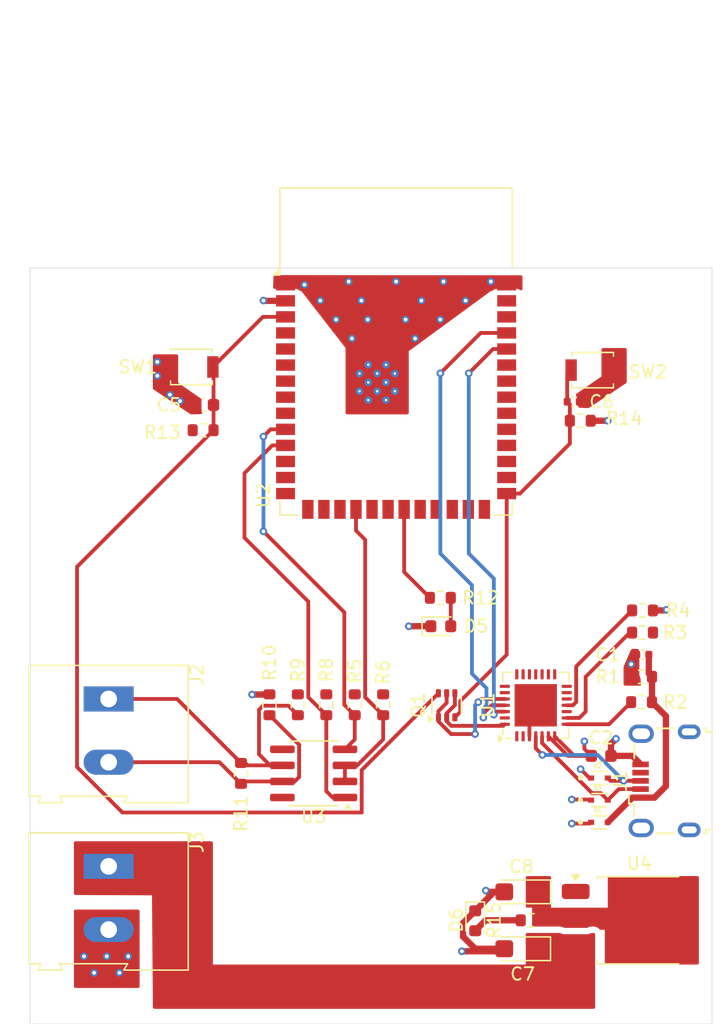
<source format=kicad_pcb>
(kicad_pcb (version 20240108) (generator "pcbnew") (generator_version "8.0")
  (layers (0 "F.Cu" signal) (1 "In1.Cu" signal) (2 "In2.Cu" signal) (31 "B.Cu" signal) (34 "B.Paste" user) (35 "F.Paste" user) (36 "B.SilkS" user "B.Silkscreen") (37 "F.SilkS" user "F.Silkscreen") (38 "B.Mask" user) (39 "F.Mask" user) (44 "Edge.Cuts" user))
  (net 0 "")
  (net 1 "GND")
  (net 2 "Net-(J1-VBUS)")
  (net 3 "+3V3")
  (net 4 "EN")
  (net 5 "IO0")
  (net 6 "5V")
  (net 7 "Net-(J1-D+)")
  (net 8 "Net-(J1-D-)")
  (net 9 "Net-(D5-A)")
  (net 10 "Net-(D6-A)")
  (net 16 "Net-(J2-Pin_2)")
  (net 17 "Net-(J2-Pin_1)")
  (net 18 "RTS")
  (net 19 "DTR")
  (net 20 "Net-(U1-VBUS)")
  (net 21 "Net-(U1-~{RST})")
  (net 22 "Net-(U1-~{SUSPEND})")
  (net 23 "MOD_DI")
  (net 24 "MOD_DRE")
  (net 25 "MOD_RO")
  (net 26 "GPIO13")
  (net 30 "RX0")
  (net 42 "TX0")
  (net 45 "GPIO11")
  (net 46 "GPIO21")
  (net 47 "GPIO48")
  (net 48 "GPIO36_NC")
  (net 49 "GPIO42")
  (net 50 "GPIO7")
  (net 51 "GPIO37_NC")
  (net 52 "GPIO40")
  (net 53 "GPIO9")
  (net 54 "USB_D-_NC")
  (net 55 "GPIO41")
  (net 56 "GPIO16")
  (net 57 "GPIO39")
  (net 58 "GPIO47")
  (net 59 "GPIO8")
  (net 60 "GPIO4")
  (net 61 "GPIO1")
  (net 62 "GPIO6")
  (net 63 "GPIO14")
  (net 64 "GPIO12")
  (net 65 "GPIO2")
  (net 66 "GPIO15")
  (net 67 "GPIO46_NC")
  (net 68 "GPIO3_NC")
  (net 69 "GPIO5")
  (net 70 "USB_D+_NC")
  (net 71 "GPIO35_NC")
  (net 72 "GPIO45_NC")
  (net 73 "GPIO38")
  (footprint "TerminalBlock:TerminalBlock_Altech_AK300-2_P5.00mm" (layer "F.Cu") (at 126.75 91.985 -90)
    (property "Reference" "J3" (at -1.92 -6.99 90) (layer "F.SilkS"))
    (property "Value" "Screw_Terminal_01x02")
    (pad "1" thru_hole rect (at 0 0 270) (size 1.98 3.96) (drill 1.32) (layers "*.Cu" "*.Mask") (net 6 "5V"))
    (pad "2" thru_hole oval (at 5 0 270) (size 1.98 3.96) (drill 1.32) (layers "*.Cu" "*.Mask") (net 1 "GND"))
  )
  (footprint "Capacitor_SMD:C_0402_1005Metric" (layer "F.Cu") (at 169.02 75.25 180)
    (property "Reference" "C1" (at 2.77 0 360) (layer "F.SilkS"))
    (property "Value" "1u" (hide yes))
    (pad "1" smd roundrect (at -0.48 0 180) (size 0.56 0.62) (layers "F.Cu" "F.Paste" "F.Mask") (net 2 "Net-(J1-VBUS)"))
    (pad "2" smd roundrect (at 0.48 0 180) (size 0.56 0.62) (layers "F.Cu" "F.Paste" "F.Mask") (net 1 "GND"))
  )
  (footprint "Capacitor_Tantalum_SMD:CP_EIA-3216-18_Kemet-A" (layer "F.Cu") (at 159.41 94 180)
    (property "Reference" "C8" (at 0 2 360) (layer "F.SilkS"))
    (property "Value" "22uF" (hide yes))
    (pad "1" smd roundrect (at -1.35 0 180) (size 1.4 1.35) (layers "F.Cu" "F.Paste" "F.Mask") (roundrect_rratio 0.185185) (net 3 "+3V3"))
    (pad "2" smd roundrect (at 1.35 0 180) (size 1.4 1.35) (layers "F.Cu" "F.Paste" "F.Mask") (roundrect_rratio 0.185185) (net 1 "GND"))
  )
  (footprint "Package_TO_SOT_SMD:SOT-363_SC-70-6" (layer "F.Cu") (at 153.5 79.25 90)
    (property "Reference" "Q1" (at 0 -2.25 90) (layer "F.SilkS"))
    (property "Value" "UMH3N")
    (pad "1" smd roundrect (at -0.95 -0.65 90) (size 0.65 0.4) (layers "F.Cu" "F.Paste" "F.Mask") (net 18 "RTS"))
    (pad "2" smd roundrect (at -0.95 0 90) (size 0.65 0.4) (layers "F.Cu" "F.Paste" "F.Mask") (net 19 "DTR"))
    (pad "3" smd roundrect (at -0.95 0.65 90) (size 0.65 0.4) (layers "F.Cu" "F.Paste" "F.Mask") (net 5 "IO0"))
    (pad "4" smd roundrect (at 0.95 0.65 90) (size 0.65 0.4) (layers "F.Cu" "F.Paste" "F.Mask") (net 19 "DTR"))
    (pad "5" smd roundrect (at 0.95 0 90) (size 0.65 0.4) (layers "F.Cu" "F.Paste" "F.Mask") (net 18 "RTS"))
    (pad "6" smd roundrect (at 0.95 -0.65 90) (size 0.65 0.4) (layers "F.Cu" "F.Paste" "F.Mask") (net 4 "EN"))
  )
  (footprint "Resistor_SMD:R_0603_1608Metric" (layer "F.Cu") (at 134.224999 57.5)
    (property "Reference" "R13" (at -3.240864 0.176777 0) (layer "F.SilkS"))
    (property "Value" "1k" (hide yes))
    (pad "1" smd roundrect (at -0.825 0) (size 0.8 0.95) (layers "F.Cu" "F.Paste" "F.Mask") (net 3 "+3V3"))
    (pad "2" smd roundrect (at 0.825 0) (size 0.8 0.95) (layers "F.Cu" "F.Paste" "F.Mask") (net 4 "EN"))
  )
  (footprint "LED_SMD:LED_0603_1608Metric" (layer "F.Cu") (at 153.0375 73)
    (property "Reference" "D5" (at 2.7875 0 0) (layer "F.SilkS"))
    (property "Value" "LED")
    (pad "1" smd roundrect (at -0.7875 0) (size 0.875 0.95) (layers "F.Cu" "F.Paste" "F.Mask") (net 1 "GND"))
    (pad "2" smd roundrect (at 0.7875 0) (size 0.875 0.95) (layers "F.Cu" "F.Paste" "F.Mask") (net 9 "Net-(D5-A)"))
  )
  (footprint "Package_DFN_QFN:QFN-28-1EP_5x5mm_P0.5mm_EP3.35x3.35mm" (layer "F.Cu") (at 160.55 79.25 90)
    (property "Reference" "U1" (at 0 -3.8 90) (layer "F.SilkS"))
    (property "Value" "CP2102N-Axx-xQFN28" (hide yes))
    (pad "1" smd roundrect (at -2.45 -1.5 90) (size 0.8 0.25) (layers "F.Cu" "F.Paste" "F.Mask"))
    (pad "2" smd roundrect (at -2.45 -1 90) (size 0.8 0.25) (layers "F.Cu" "F.Paste" "F.Mask"))
    (pad "3" smd roundrect (at -2.45 -0.5 90) (size 0.8 0.25) (layers "F.Cu" "F.Paste" "F.Mask") (net 1 "GND"))
    (pad "4" smd roundrect (at -2.45 0 90) (size 0.8 0.25) (layers "F.Cu" "F.Paste" "F.Mask") (net 7 "Net-(J1-D+)"))
    (pad "5" smd roundrect (at -2.45 0.5 90) (size 0.8 0.25) (layers "F.Cu" "F.Paste" "F.Mask") (net 8 "Net-(J1-D-)"))
    (pad "6" smd roundrect (at -2.45 1 90) (size 0.8 0.25) (layers "F.Cu" "F.Paste" "F.Mask") (net 3 "+3V3"))
    (pad "7" smd roundrect (at -2.45 1.5 90) (size 0.8 0.25) (layers "F.Cu" "F.Paste" "F.Mask") (net 3 "+3V3"))
    (pad "8" smd roundrect (at -1.5 2.45 90) (size 0.25 0.8) (layers "F.Cu" "F.Paste" "F.Mask") (net 20 "Net-(U1-VBUS)"))
    (pad "9" smd roundrect (at -1 2.45 90) (size 0.25 0.8) (layers "F.Cu" "F.Paste" "F.Mask") (net 21 "Net-(U1-~{RST})"))
    (pad "10" smd roundrect (at -0.5 2.45 90) (size 0.25 0.8) (layers "F.Cu" "F.Paste" "F.Mask"))
    (pad "11" smd roundrect (at 0 2.45 90) (size 0.25 0.8) (layers "F.Cu" "F.Paste" "F.Mask") (net 22 "Net-(U1-~{SUSPEND})"))
    (pad "12" smd roundrect (at 0.5 2.45 90) (size 0.25 0.8) (layers "F.Cu" "F.Paste" "F.Mask"))
    (pad "13" smd roundrect (at 1 2.45 90) (size 0.25 0.8) (layers "F.Cu" "F.Paste" "F.Mask"))
    (pad "14" smd roundrect (at 1.5 2.45 90) (size 0.25 0.8) (layers "F.Cu" "F.Paste" "F.Mask"))
    (pad "15" smd roundrect (at 2.45 1.5 90) (size 0.8 0.25) (layers "F.Cu" "F.Paste" "F.Mask"))
    (pad "16" smd roundrect (at 2.45 1 90) (size 0.8 0.25) (layers "F.Cu" "F.Paste" "F.Mask"))
    (pad "17" smd roundrect (at 2.45 0.5 90) (size 0.8 0.25) (layers "F.Cu" "F.Paste" "F.Mask"))
    (pad "18" smd roundrect (at 2.45 0 90) (size 0.8 0.25) (layers "F.Cu" "F.Paste" "F.Mask"))
    (pad "19" smd roundrect (at 2.45 -0.5 90) (size 0.8 0.25) (layers "F.Cu" "F.Paste" "F.Mask"))
    (pad "20" smd roundrect (at 2.45 -1 90) (size 0.8 0.25) (layers "F.Cu" "F.Paste" "F.Mask"))
    (pad "21" smd roundrect (at 2.45 -1.5 90) (size 0.8 0.25) (layers "F.Cu" "F.Paste" "F.Mask"))
    (pad "22" smd roundrect (at 1.5 -2.45 90) (size 0.25 0.8) (layers "F.Cu" "F.Paste" "F.Mask"))
    (pad "23" smd roundrect (at 1 -2.45 90) (size 0.25 0.8) (layers "F.Cu" "F.Paste" "F.Mask"))
    (pad "24" smd roundrect (at 0.5 -2.45 90) (size 0.25 0.8) (layers "F.Cu" "F.Paste" "F.Mask") (net 18 "RTS"))
    (pad "25" smd roundrect (at 0 -2.45 90) (size 0.25 0.8) (layers "F.Cu" "F.Paste" "F.Mask") (net 42 "TX0"))
    (pad "26" smd roundrect (at -0.5 -2.45 90) (size 0.25 0.8) (layers "F.Cu" "F.Paste" "F.Mask") (net 30 "RX0"))
    (pad "27" smd roundrect (at -1 -2.45 90) (size 0.25 0.8) (layers "F.Cu" "F.Paste" "F.Mask"))
    (pad "28" smd roundrect (at -1.5 -2.45 90) (size 0.25 0.8) (layers "F.Cu" "F.Paste" "F.Mask") (net 19 "DTR"))
    (pad "29" smd rect (at 0 0 90) (size 3.35 3.35) (property pad_prop_heatsink) (layers "F.Cu" "F.Mask") (net 1 "GND"))
  )
  (footprint "Resistor_SMD:R_0603_1608Metric" (layer "F.Cu") (at 160.185 96.25)
    (property "Reference" "R15" (at -2.925 0 90) (layer "F.SilkS"))
    (property "Value" "1k" (hide yes))
    (pad "1" smd roundrect (at -0.825 0) (size 0.8 0.95) (layers "F.Cu" "F.Paste" "F.Mask") (net 10 "Net-(D6-A)"))
    (pad "2" smd roundrect (at 0.825 0) (size 0.8 0.95) (layers "F.Cu" "F.Paste" "F.Mask") (net 3 "+3V3"))
  )
  (footprint "LESD5D5.0CT1G:TVS_LESD5D5.0CT1G" (layer "F.Cu") (at 165.59 85)
    (property "Reference" "D2" (at -0.134 -0.9532 0) (layer "F.SilkS") (effects (font (size 0.32 0.32))))
    (property "Value" "LESD5D5.0CT1G" (hide yes))
    (pad "1" smd rect (at -0.66 0) (size 0.48 0.4) (layers "F.Cu" "F.Paste" "F.Mask") (net 1 "GND"))
    (pad "2" smd rect (at 0.66 0) (size 0.48 0.4) (layers "F.Cu" "F.Paste" "F.Mask") (net 7 "Net-(J1-D+)"))
  )
  (footprint "RF_Module:ESP32-S3-WROOM-1" (layer "F.Cu") (at 149.5 51.26)
    (property "Reference" "U2" (at -10.5 11.4 90) (layer "F.SilkS"))
    (property "Value" "ESP32-S3-WROOM-1")
    (pad "1" smd rect (at -8.75 -5.26) (size 1.5 0.9) (layers "F.Cu" "F.Paste" "F.Mask") (net 1 "GND"))
    (pad "2" smd rect (at -8.75 -3.99) (size 1.5 0.9) (layers "F.Cu" "F.Paste" "F.Mask") (net 3 "+3V3"))
    (pad "3" smd rect (at -8.75 -2.72) (size 1.5 0.9) (layers "F.Cu" "F.Paste" "F.Mask") (net 4 "EN"))
    (pad "4" smd rect (at -8.75 -1.45) (size 1.5 0.9) (layers "F.Cu" "F.Paste" "F.Mask") (net 60 "GPIO4"))
    (pad "5" smd rect (at -8.75 -0.18) (size 1.5 0.9) (layers "F.Cu" "F.Paste" "F.Mask") (net 69 "GPIO5"))
    (pad "6" smd rect (at -8.75 1.09) (size 1.5 0.9) (layers "F.Cu" "F.Paste" "F.Mask") (net 62 "GPIO6"))
    (pad "7" smd rect (at -8.75 2.36) (size 1.5 0.9) (layers "F.Cu" "F.Paste" "F.Mask") (net 50 "GPIO7"))
    (pad "8" smd rect (at -8.75 3.63) (size 1.5 0.9) (layers "F.Cu" "F.Paste" "F.Mask") (net 66 "GPIO15"))
    (pad "9" smd rect (at -8.75 4.9) (size 1.5 0.9) (layers "F.Cu" "F.Paste" "F.Mask") (net 56 "GPIO16"))
    (pad "10" smd rect (at -8.75 6.17) (size 1.5 0.9) (layers "F.Cu" "F.Paste" "F.Mask") (net 23 "MOD_DI"))
    (pad "11" smd rect (at -8.75 7.44) (size 1.5 0.9) (layers "F.Cu" "F.Paste" "F.Mask") (net 25 "MOD_RO"))
    (pad "12" smd rect (at -8.75 8.71) (size 1.5 0.9) (layers "F.Cu" "F.Paste" "F.Mask") (net 59 "GPIO8"))
    (pad "13" smd rect (at -8.75 9.98) (size 1.5 0.9) (layers "F.Cu" "F.Paste" "F.Mask") (net 54 "USB_D-_NC"))
    (pad "14" smd rect (at -8.75 11.25 180) (size 1.5 0.9) (layers "F.Cu" "F.Paste" "F.Mask") (net 70 "USB_D+_NC"))
    (pad "15" smd rect (at -6.985 12.5 270) (size 1.5 0.9) (layers "F.Cu" "F.Paste" "F.Mask") (net 68 "GPIO3_NC"))
    (pad "16" smd rect (at -5.715 12.5 270) (size 1.5 0.9) (layers "F.Cu" "F.Paste" "F.Mask") (net 67 "GPIO46_NC"))
    (pad "17" smd rect (at -4.445 12.5 270) (size 1.5 0.9) (layers "F.Cu" "F.Paste" "F.Mask") (net 53 "GPIO9"))
    (pad "18" smd rect (at -3.175 12.5 270) (size 1.5 0.9) (layers "F.Cu" "F.Paste" "F.Mask") (net 24 "MOD_DRE"))
    (pad "19" smd rect (at -1.905 12.5 270) (size 1.5 0.9) (layers "F.Cu" "F.Paste" "F.Mask") (net 45 "GPIO11"))
    (pad "20" smd rect (at -0.635 12.5 270) (size 1.5 0.9) (layers "F.Cu" "F.Paste" "F.Mask") (net 64 "GPIO12"))
    (pad "21" smd rect (at 0.635 12.5 270) (size 1.5 0.9) (layers "F.Cu" "F.Paste" "F.Mask") (net 26 "GPIO13"))
    (pad "22" smd rect (at 1.905 12.5 270) (size 1.5 0.9) (layers "F.Cu" "F.Paste" "F.Mask") (net 63 "GPIO14"))
    (pad "23" smd rect (at 3.175 12.5 270) (size 1.5 0.9) (layers "F.Cu" "F.Paste" "F.Mask") (net 46 "GPIO21"))
    (pad "24" smd rect (at 4.445 12.5 270) (size 1.5 0.9) (layers "F.Cu" "F.Paste" "F.Mask") (net 58 "GPIO47"))
    (pad "25" smd rect (at 5.715 12.5 270) (size 1.5 0.9) (layers "F.Cu" "F.Paste" "F.Mask") (net 47 "GPIO48"))
    (pad "26" smd rect (at 6.985 12.5 270) (size 1.5 0.9) (layers "F.Cu" "F.Paste" "F.Mask") (net 72 "GPIO45_NC"))
    (pad "27" smd rect (at 8.75 11.25) (size 1.5 0.9) (layers "F.Cu" "F.Paste" "F.Mask") (net 5 "IO0"))
    (pad "28" smd rect (at 8.75 9.98) (size 1.5 0.9) (layers "F.Cu" "F.Paste" "F.Mask") (net 71 "GPIO35_NC"))
    (pad "29" smd rect (at 8.75 8.71) (size 1.5 0.9) (layers "F.Cu" "F.Paste" "F.Mask") (net 48 "GPIO36_NC"))
    (pad "30" smd rect (at 8.75 7.44) (size 1.5 0.9) (layers "F.Cu" "F.Paste" "F.Mask") (net 51 "GPIO37_NC"))
    (pad "31" smd rect (at 8.75 6.17) (size 1.5 0.9) (layers "F.Cu" "F.Paste" "F.Mask") (net 73 "GPIO38"))
    (pad "32" smd rect (at 8.75 4.9) (size 1.5 0.9) (layers "F.Cu" "F.Paste" "F.Mask") (net 57 "GPIO39"))
    (pad "33" smd rect (at 8.75 3.63) (size 1.5 0.9) (layers "F.Cu" "F.Paste" "F.Mask") (net 52 "GPIO40"))
    (pad "34" smd rect (at 8.75 2.36) (size 1.5 0.9) (layers "F.Cu" "F.Paste" "F.Mask") (net 55 "GPIO41"))
    (pad "35" smd rect (at 8.75 1.09) (size 1.5 0.9) (layers "F.Cu" "F.Paste" "F.Mask") (net 49 "GPIO42"))
    (pad "36" smd rect (at 8.75 -0.18) (size 1.5 0.9) (layers "F.Cu" "F.Paste" "F.Mask") (net 30 "RX0"))
    (pad "37" smd rect (at 8.75 -1.45) (size 1.5 0.9) (layers "F.Cu" "F.Paste" "F.Mask") (net 42 "TX0"))
    (pad "38" smd rect (at 8.75 -2.72) (size 1.5 0.9) (layers "F.Cu" "F.Paste" "F.Mask") (net 65 "GPIO2"))
    (pad "39" smd rect (at 8.75 -3.99) (size 1.5 0.9) (layers "F.Cu" "F.Paste" "F.Mask") (net 61 "GPIO1"))
    (pad "40" smd rect (at 8.75 -5.26) (size 1.5 0.9) (layers "F.Cu" "F.Paste" "F.Mask") (net 1 "GND"))
    (pad "41" thru_hole circle (at -2.9 1.76 90) (size 0.6 0.6) (drill 0.2) (property pad_prop_heatsink) (layers "*.Cu" "F.Mask") (net 1 "GND"))
    (pad "41" thru_hole circle (at -2.9 3.16) (size 0.6 0.6) (drill 0.2) (property pad_prop_heatsink) (layers "*.Cu" "F.Mask") (net 1 "GND"))
    (pad "41" thru_hole circle (at -2.2 1.06) (size 0.6 0.6) (drill 0.2) (property pad_prop_heatsink) (layers "*.Cu" "F.Mask") (net 1 "GND"))
    (pad "41" thru_hole circle (at -2.2 2.46) (size 0.6 0.6) (drill 0.2) (property pad_prop_heatsink) (layers "*.Cu" "F.Mask") (net 1 "GND"))
    (pad "41" thru_hole circle (at -2.2 3.86) (size 0.6 0.6) (drill 0.2) (property pad_prop_heatsink) (layers "*.Cu" "F.Mask") (net 1 "GND"))
    (pad "41" thru_hole circle (at -1.5 1.76) (size 0.6 0.6) (drill 0.2) (property pad_prop_heatsink) (layers "*.Cu" "F.Mask") (net 1 "GND"))
    (pad "41" smd rect (at -1.5 2.46 270) (size 3.9 3.9) (layers "F.Cu" "F.Mask") (net 1 "GND"))
    (pad "41" thru_hole circle (at -1.5 3.16) (size 0.6 0.6) (drill 0.2) (property pad_prop_heatsink) (layers "*.Cu" "F.Mask") (net 1 "GND"))
    (pad "41" thru_hole circle (at -0.8 1.06) (size 0.6 0.6) (drill 0.2) (property pad_prop_heatsink) (layers "*.Cu" "F.Mask") (net 1 "GND"))
    (pad "41" thru_hole circle (at -0.8 2.46) (size 0.6 0.6) (drill 0.2) (property pad_prop_heatsink) (layers "*.Cu" "F.Mask") (net 1 "GND"))
    (pad "41" thru_hole circle (at -0.8 3.86) (size 0.6 0.6) (drill 0.2) (property pad_prop_heatsink) (layers "*.Cu" "F.Mask") (net 1 "GND"))
    (pad "41" thru_hole circle (at -0.1 1.76) (size 0.6 0.6) (drill 0.2) (property pad_prop_heatsink) (layers "*.Cu" "F.Mask") (net 1 "GND"))
    (pad "41" thru_hole circle (at -0.1 3.16) (size 0.6 0.6) (drill 0.2) (property pad_prop_heatsink) (layers "*.Cu" "F.Mask") (net 1 "GND"))
    (zone (net 0) (net_name "") (layers "F.Cu" "In1.Cu" "B.Cu") (connect_pads (clearance 0)) (min_thickness 0.254)
      (keepout (tracks not_allowed) (vias not_allowed) (pads not_allowed) (copperpour not_allowed) (footprints not_allowed))
      (fill (thermal_gap 0.508) (thermal_bridge_width 0.508))
      (polygon (pts (xy 125.5 44.51) (xy 173.5 44.51) (xy 173.5 23.51) (xy 125.5 23.51)))
    )
  )
  (footprint "Button_Switch_SMD:SW_SPST_B3U-1000P" (layer "F.Cu") (at 133.299999 52.5)
    (property "Reference" "SW1" (at -4.242641 0 0) (layer "F.SilkS"))
    (property "Value" "SW_SPST" (hide yes))
    (pad "1" smd rect (at -1.700001 0) (size 0.9 1.7) (layers "F.Cu" "F.Paste" "F.Mask") (net 1 "GND"))
    (pad "2" smd rect (at 1.700001 0) (size 0.9 1.7) (layers "F.Cu" "F.Paste" "F.Mask") (net 4 "EN"))
  )
  (footprint "Resistor_SMD:R_0603_1608Metric" (layer "F.Cu") (at 169 71.75 180)
    (property "Reference" "R4" (at -2.825 0 360) (layer "F.SilkS"))
    (property "Value" "1k" (hide yes))
    (pad "1" smd roundrect (at -0.825 0 180) (size 0.8 0.95) (layers "F.Cu" "F.Paste" "F.Mask") (net 1 "GND"))
    (pad "2" smd roundrect (at 0.825 0 180) (size 0.8 0.95) (layers "F.Cu" "F.Paste" "F.Mask") (net 22 "Net-(U1-~{SUSPEND})"))
  )
  (footprint "Capacitor_SMD:C_0603_1608Metric" (layer "F.Cu") (at 134.274999 55.5 180)
    (property "Reference" "C5" (at 2.760534 0 360) (layer "F.SilkS"))
    (property "Value" "10uF" (hide yes))
    (pad "1" smd roundrect (at -0.775 0 180) (size 0.9 0.95) (layers "F.Cu" "F.Paste" "F.Mask") (net 4 "EN"))
    (pad "2" smd roundrect (at 0.775 0 180) (size 0.9 0.95) (layers "F.Cu" "F.Paste" "F.Mask") (net 1 "GND"))
  )
  (footprint "Resistor_SMD:R_0603_1608Metric" (layer "F.Cu") (at 168.925 77)
    (property "Reference" "R1" (at -2.675 0 0) (layer "F.SilkS"))
    (property "Value" "47.5k" (hide yes))
    (pad "1" smd roundrect (at -0.825 0) (size 0.8 0.95) (layers "F.Cu" "F.Paste" "F.Mask") (net 1 "GND"))
    (pad "2" smd roundrect (at 0.825 0) (size 0.8 0.95) (layers "F.Cu" "F.Paste" "F.Mask") (net 2 "Net-(J1-VBUS)"))
  )
  (footprint "Resistor_SMD:R_0603_1608Metric" (layer "F.Cu") (at 169 73.5)
    (property "Reference" "R3" (at 2.575 0 0) (layer "F.SilkS"))
    (property "Value" "1k" (hide yes))
    (pad "1" smd roundrect (at -0.825 0) (size 0.8 0.95) (layers "F.Cu" "F.Paste" "F.Mask") (net 21 "Net-(U1-~{RST})"))
    (pad "2" smd roundrect (at 0.825 0) (size 0.8 0.95) (layers "F.Cu" "F.Paste" "F.Mask") (net 3 "+3V3"))
  )
  (footprint "Button_Switch_SMD:SW_SPST_B3U-1000P" (layer "F.Cu") (at 165.049999 52.75 180)
    (property "Reference" "SW2" (at -4.384062 -0.141421 360) (layer "F.SilkS"))
    (property "Value" "SW_SPST" (hide yes))
    (pad "1" smd rect (at -1.700001 0 180) (size 0.9 1.7) (layers "F.Cu" "F.Paste" "F.Mask") (net 1 "GND"))
    (pad "2" smd rect (at 1.700001 0 180) (size 0.9 1.7) (layers "F.Cu" "F.Paste" "F.Mask") (net 5 "IO0"))
  )
  (footprint "LED_SMD:LED_0603_1608Metric" (layer "F.Cu") (at 155.76 96.2875 -90)
    (property "Reference" "D6" (at -0.0375 1.5 90) (layer "F.SilkS"))
    (property "Value" "LED" (hide yes))
    (pad "1" smd roundrect (at -0.7875 0 270) (size 0.875 0.95) (layers "F.Cu" "F.Paste" "F.Mask") (net 1 "GND"))
    (pad "2" smd roundrect (at 0.7875 0 270) (size 0.875 0.95) (layers "F.Cu" "F.Paste" "F.Mask") (net 10 "Net-(D6-A)"))
  )
  (footprint "Resistor_SMD:R_0603_1608Metric" (layer "F.Cu") (at 137.225 84.635 90)
    (property "Reference" "R11" (at -3.175 0 90) (layer "F.SilkS"))
    (property "Value" "120" (hide yes))
    (pad "1" smd roundrect (at -0.825 0 90) (size 0.8 0.95) (layers "F.Cu" "F.Paste" "F.Mask") (net 16 "Net-(J2-Pin_2)"))
    (pad "2" smd roundrect (at 0.825 0 90) (size 0.8 0.95) (layers "F.Cu" "F.Paste" "F.Mask") (net 17 "Net-(J2-Pin_1)"))
  )
  (footprint "Resistor_SMD:R_0603_1608Metric" (layer "F.Cu") (at 148.475 79.21 90)
    (property "Reference" "R6" (at 2.575 0 90) (layer "F.SilkS"))
    (property "Value" "10k" (hide yes))
    (pad "1" smd roundrect (at -0.825 0 90) (size 0.8 0.95) (layers "F.Cu" "F.Paste" "F.Mask") (net 24 "MOD_DRE"))
    (pad "2" smd roundrect (at 0.825 0 90) (size 0.8 0.95) (layers "F.Cu" "F.Paste" "F.Mask") (net 3 "+3V3"))
  )
  (footprint "Connector_USB:USB_Micro-B_Wuerth_629105150521" (layer "F.Cu") (at 170.745 85.225 90)
    (property "Reference" "J1" (at 0 -3.5 90) (layer "F.SilkS"))
    (property "Value" "USB_B_Micro" (hide yes))
    (pad "" np_thru_hole oval (at -2.5 -0.8 90) (size 0.8 0.8) (drill 0.8) (layers "*.Cu" "*.Mask"))
    (pad "" np_thru_hole oval (at 2.5 -0.8 90) (size 0.8 0.8) (drill 0.8) (layers "*.Cu" "*.Mask"))
    (pad "1" smd rect (at -1.3 -1.9 90) (size 0.45 1.3) (layers "F.Cu" "F.Paste" "F.Mask") (net 2 "Net-(J1-VBUS)"))
    (pad "2" smd rect (at -0.65 -1.9 90) (size 0.45 1.3) (layers "F.Cu" "F.Paste" "F.Mask") (net 8 "Net-(J1-D-)"))
    (pad "3" smd rect (at 0 -1.9 90) (size 0.45 1.3) (layers "F.Cu" "F.Paste" "F.Mask") (net 7 "Net-(J1-D+)"))
    (pad "4" smd rect (at 0.65 -1.9 90) (size 0.45 1.3) (layers "F.Cu" "F.Paste" "F.Mask"))
    (pad "5" smd rect (at 1.3 -1.9 90) (size 0.45 1.3) (layers "F.Cu" "F.Paste" "F.Mask") (net 1 "GND"))
    (pad "6" thru_hole oval (at -3.875 1.95 90) (size 1.15 1.8) (drill oval 0.55 1.2) (layers "*.Cu" "*.Mask"))
    (pad "6" thru_hole oval (at -3.725 -1.85 90) (size 1.45 2) (drill oval 0.85 1.4) (layers "*.Cu" "*.Mask"))
    (pad "6" thru_hole oval (at 3.725 -1.85 90) (size 1.45 2) (drill oval 0.85 1.4) (layers "*.Cu" "*.Mask"))
    (pad "6" thru_hole oval (at 3.875 1.95 90) (size 1.15 1.8) (drill oval 0.55 1.2) (layers "*.Cu" "*.Mask"))
  )
  (footprint "Resistor_SMD:R_0603_1608Metric" (layer "F.Cu") (at 164.075 56.75 180)
    (property "Reference" "R14" (at -3.47665 0.176777 360) (layer "F.SilkS"))
    (property "Value" "1k" (hide yes))
    (pad "1" smd roundrect (at -0.825 0 180) (size 0.8 0.95) (layers "F.Cu" "F.Paste" "F.Mask") (net 3 "+3V3"))
    (pad "2" smd roundrect (at 0.825 0 180) (size 0.8 0.95) (layers "F.Cu" "F.Paste" "F.Mask") (net 5 "IO0"))
  )
  (footprint "LESD5D5.0CT1G:TVS_LESD5D5.0CT1G" (layer "F.Cu") (at 165.59 88.5)
    (property "Reference" "D1" (at -0.134 -0.9532 0) (layer "F.SilkS") (effects (font (size 0.32 0.32))))
    (property "Value" "LESD5D5.0CT1G" (hide yes))
    (pad "1" smd rect (at -0.66 0) (size 0.48 0.4) (layers "F.Cu" "F.Paste" "F.Mask") (net 1 "GND"))
    (pad "2" smd rect (at 0.66 0) (size 0.48 0.4) (layers "F.Cu" "F.Paste" "F.Mask") (net 2 "Net-(J1-VBUS)"))
  )
  (footprint "Resistor_SMD:R_0603_1608Metric" (layer "F.Cu") (at 143.975 79.21 90)
    (property "Reference" "R8" (at 2.75 0 90) (layer "F.SilkS"))
    (property "Value" "10k" (hide yes))
    (pad "1" smd roundrect (at -0.825 0 90) (size 0.8 0.95) (layers "F.Cu" "F.Paste" "F.Mask") (net 25 "MOD_RO"))
    (pad "2" smd roundrect (at 0.825 0 90) (size 0.8 0.95) (layers "F.Cu" "F.Paste" "F.Mask") (net 3 "+3V3"))
  )
  (footprint "Resistor_SMD:R_0603_1608Metric" (layer "F.Cu") (at 141.725 79.21 90)
    (property "Reference" "R9" (at 2.75 0 90) (layer "F.SilkS"))
    (property "Value" "20k" (hide yes))
    (pad "1" smd roundrect (at -0.825 0 90) (size 0.8 0.95) (layers "F.Cu" "F.Paste" "F.Mask") (net 17 "Net-(J2-Pin_1)"))
    (pad "2" smd roundrect (at 0.825 0 90) (size 0.8 0.95) (layers "F.Cu" "F.Paste" "F.Mask") (net 3 "+3V3"))
  )
  (footprint "LESD5D5.0CT1G:TVS_LESD5D5.0CT1G" (layer "F.Cu") (at 165.59 86.75)
    (property "Reference" "D3" (at -0.134 -0.9532 0) (layer "F.SilkS") (effects (font (size 0.32 0.32))))
    (property "Value" "LESD5D5.0CT1G" (hide yes))
    (pad "1" smd rect (at -0.66 0) (size 0.48 0.4) (layers "F.Cu" "F.Paste" "F.Mask") (net 1 "GND"))
    (pad "2" smd rect (at 0.66 0) (size 0.48 0.4) (layers "F.Cu" "F.Paste" "F.Mask") (net 8 "Net-(J1-D-)"))
  )
  (footprint "Capacitor_Tantalum_SMD:CP_EIA-3216-18_Kemet-A" (layer "F.Cu") (at 159.41 98.5 180)
    (property "Reference" "C7" (at -0.1 -2 360) (layer "F.SilkS"))
    (property "Value" "10uF" (hide yes))
    (pad "1" smd roundrect (at -1.35 0 180) (size 1.4 1.35) (layers "F.Cu" "F.Paste" "F.Mask") (roundrect_rratio 0.185185) (net 6 "5V"))
    (pad "2" smd roundrect (at 1.35 0 180) (size 1.4 1.35) (layers "F.Cu" "F.Paste" "F.Mask") (roundrect_rratio 0.185185) (net 1 "GND"))
  )
  (footprint "Resistor_SMD:R_0603_1608Metric" (layer "F.Cu") (at 153 70.75 180)
    (property "Reference" "R12" (at -3.175 0 360) (layer "F.SilkS"))
    (property "Value" "1k")
    (pad "1" smd roundrect (at -0.825 0 180) (size 0.8 0.95) (layers "F.Cu" "F.Paste" "F.Mask") (net 9 "Net-(D5-A)"))
    (pad "2" smd roundrect (at 0.825 0 180) (size 0.8 0.95) (layers "F.Cu" "F.Paste" "F.Mask") (net 26 "GPIO13"))
  )
  (footprint "Resistor_SMD:R_0603_1608Metric" (layer "F.Cu") (at 146.225 79.21 90)
    (property "Reference" "R5" (at 2.675 0 90) (layer "F.SilkS"))
    (property "Value" "10k" (hide yes))
    (pad "1" smd roundrect (at -0.825 0 90) (size 0.8 0.95) (layers "F.Cu" "F.Paste" "F.Mask") (net 23 "MOD_DI"))
    (pad "2" smd roundrect (at 0.825 0 90) (size 0.8 0.95) (layers "F.Cu" "F.Paste" "F.Mask") (net 3 "+3V3"))
  )
  (footprint "Capacitor_SMD:C_0603_1608Metric" (layer "F.Cu") (at 165.725 83.25)
    (property "Reference" "C2" (at 0 -1.43 360) (layer "F.SilkS"))
    (property "Value" "10u")
    (pad "1" smd roundrect (at -0.775 0) (size 0.9 0.95) (layers "F.Cu" "F.Paste" "F.Mask") (net 3 "+3V3"))
    (pad "2" smd roundrect (at 0.775 0) (size 0.9 0.95) (layers "F.Cu" "F.Paste" "F.Mask") (net 1 "GND"))
  )
  (footprint "Resistor_SMD:R_0603_1608Metric" (layer "F.Cu") (at 168.925 79 180)
    (property "Reference" "R2" (at -2.675 0 360) (layer "F.SilkS"))
    (property "Value" "22.1k" (hide yes))
    (pad "1" smd roundrect (at -0.825 0 180) (size 0.8 0.95) (layers "F.Cu" "F.Paste" "F.Mask") (net 2 "Net-(J1-VBUS)"))
    (pad "2" smd roundrect (at 0.825 0 180) (size 0.8 0.95) (layers "F.Cu" "F.Paste" "F.Mask") (net 20 "Net-(U1-VBUS)"))
  )
  (footprint "TerminalBlock:TerminalBlock_Altech_AK300-2_P5.00mm" (layer "F.Cu") (at 126.75 78.75 -90)
    (property "Reference" "J2" (at -1.92 -6.99 90) (layer "F.SilkS"))
    (property "Value" "Screw_Terminal_01x02")
    (pad "1" thru_hole rect (at 0 0 270) (size 1.98 3.96) (drill 1.32) (layers "*.Cu" "*.Mask") (net 17 "Net-(J2-Pin_1)"))
    (pad "2" thru_hole oval (at 5 0 270) (size 1.98 3.96) (drill 1.32) (layers "*.Cu" "*.Mask") (net 16 "Net-(J2-Pin_2)"))
  )
  (footprint "Package_SO:SOIC-8_3.9x4.9mm_P1.27mm" (layer "F.Cu") (at 142.975 84.635 180)
    (property "Reference" "U3" (at 0 -3.4 360) (layer "F.SilkS"))
    (property "Value" "MAX485E")
    (pad "1" smd roundrect (at -2.475 -1.905 180) (size 1.95 0.6) (layers "F.Cu" "F.Paste" "F.Mask") (net 25 "MOD_RO"))
    (pad "2" smd roundrect (at -2.475 -0.635 180) (size 1.95 0.6) (layers "F.Cu" "F.Paste" "F.Mask") (net 24 "MOD_DRE"))
    (pad "3" smd roundrect (at -2.475 0.635 180) (size 1.95 0.6) (layers "F.Cu" "F.Paste" "F.Mask") (net 24 "MOD_DRE"))
    (pad "4" smd roundrect (at -2.475 1.905 180) (size 1.95 0.6) (layers "F.Cu" "F.Paste" "F.Mask") (net 23 "MOD_DI"))
    (pad "5" smd roundrect (at 2.475 1.905 180) (size 1.95 0.6) (layers "F.Cu" "F.Paste" "F.Mask") (net 1 "GND"))
    (pad "6" smd roundrect (at 2.475 0.635 180) (size 1.95 0.6) (layers "F.Cu" "F.Paste" "F.Mask") (net 17 "Net-(J2-Pin_1)"))
    (pad "7" smd roundrect (at 2.475 -0.635 180) (size 1.95 0.6) (layers "F.Cu" "F.Paste" "F.Mask") (net 16 "Net-(J2-Pin_2)"))
    (pad "8" smd roundrect (at 2.475 -1.905 180) (size 1.95 0.6) (layers "F.Cu" "F.Paste" "F.Mask") (net 3 "+3V3"))
  )
  (footprint "Resistor_SMD:R_0603_1608Metric" (layer "F.Cu") (at 139.475 79.21 -90)
    (property "Reference" "R10" (at -3.325 0 90) (layer "F.SilkS"))
    (property "Value" "20k" (hide yes))
    (pad "1" smd roundrect (at -0.825 0 270) (size 0.8 0.95) (layers "F.Cu" "F.Paste" "F.Mask") (net 1 "GND"))
    (pad "2" smd roundrect (at 0.825 0 270) (size 0.8 0.95) (layers "F.Cu" "F.Paste" "F.Mask") (net 16 "Net-(J2-Pin_2)"))
  )
  (footprint "Package_TO_SOT_SMD:TO-252-3_TabPin2" (layer "F.Cu") (at 168.75 96.25)
    (property "Reference" "U4" (at 0 -4.5 0) (layer "F.SilkS"))
    (property "Value" "AMS1117CD-3.3" (hide yes))
    (pad "1" smd roundrect (at -5.04 -2.28) (size 2.2 1.2) (layers "F.Cu" "F.Paste" "F.Mask") (roundrect_rratio 0.208333) (net 1 "GND"))
    (pad "2" smd roundrect (at -5.04 0) (size 2.2 1.2) (layers "F.Cu" "F.Paste" "F.Mask") (roundrect_rratio 0.208333) (net 3 "+3V3"))
    (pad "2" smd roundrect (at -0.415 -1.525) (size 3.05 2.75) (layers "F.Cu" "F.Paste") (roundrect_rratio 0.090909) (net 3 "+3V3"))
    (pad "2" smd roundrect (at -0.415 1.525) (size 3.05 2.75) (layers "F.Cu" "F.Paste") (roundrect_rratio 0.090909) (net 3 "+3V3"))
    (pad "2" smd roundrect (at 1.26 0) (size 6.4 5.8) (layers "F.Cu" "F.Mask") (roundrect_rratio 0.043103) (net 3 "+3V3"))
    (pad "2" smd roundrect (at 2.935 -1.525) (size 3.05 2.75) (layers "F.Cu" "F.Paste") (roundrect_rratio 0.090909) (net 3 "+3V3"))
    (pad "2" smd roundrect (at 2.935 1.525) (size 3.05 2.75) (layers "F.Cu" "F.Paste") (roundrect_rratio 0.090909) (net 3 "+3V3"))
    (pad "3" smd roundrect (at -5.04 2.28) (size 2.2 1.2) (layers "F.Cu" "F.Paste" "F.Mask") (roundrect_rratio 0.208333) (net 6 "5V"))
  )
  (footprint "Capacitor_SMD:C_0402_1005Metric" (layer "F.Cu") (at 163.52 55.25)
    (property "Reference" "C6" (at 2.247767 0 0) (layer "F.SilkS"))
    (property "Value" "1uF" (hide yes))
    (pad "1" smd roundrect (at -0.48 0) (size 0.56 0.62) (layers "F.Cu" "F.Paste" "F.Mask") (net 5 "IO0"))
    (pad "2" smd roundrect (at 0.48 0) (size 0.56 0.62) (layers "F.Cu" "F.Paste" "F.Mask") (net 1 "GND"))
  )
  (gr_rect (start 120.53 44.68) (end 174.5 104.45) (stroke (width 0.05)) (fill none) (layer "Edge.Cuts"))
  (segment (start 163.4 86.7) (end 164.88 86.7) (width 0.3) (layer "F.Cu") (net 1))
  (segment (start 157.26 94) (end 155.76 95.5) (width 0.5) (layer "F.Cu") (net 1))
  (segment (start 156.7 94) (end 156.6 93.9) (width 0.5) (layer "F.Cu") (net 1))
  (segment (start 169.825 71.75) (end 170.85 71.75) (width 0.5) (layer "F.Cu") (net 1))
  (segment (start 166.5 83.25) (end 166.5 82.3) (width 0.5) (layer "F.Cu") (net 1))
  (segment (start 139.46 78.4) (end 139.475 78.385) (width 0.5) (layer "F.Cu") (net 1))
  (segment (start 158.06 94) (end 156.7 94) (width 0.5) (layer "F.Cu") (net 1))
  (segment (start 170.85 71.75) (end 170.9 71.7) (width 0.5) (layer "F.Cu") (net 1))
  (segment (start 154.7 98.7) (end 157.86 98.7) (width 0.5) (layer "F.Cu") (net 1))
  (segment (start 160.05 81.7) (end 160.05 79.75) (width 0.3) (layer "F.Cu") (net 1))
  (segment (start 154.8 97.541818) (end 154.8 96.46) (width 0.5) (layer "F.Cu") (net 1))
  (segment (start 164.93 85) (end 164.8 85) (width 0.3) (layer "F.Cu") (net 1))
  (segment (start 166.5 82.3) (end 166.9 81.9) (width 0.5) (layer "F.Cu") (net 1))
  (segment (start 163.4 88.6) (end 164.83 88.6) (width 0.3) (layer "F.Cu") (net 1))
  (segment (start 164.8 85) (end 164.1 84.3) (width 0.3) (layer "F.Cu") (net 1))
  (segment (start 164.83 88.6) (end 164.93 88.5) (width 0.3) (layer "F.Cu") (net 1))
  (segment (start 160.05 79.75) (end 160.55 79.25) (width 0.3) (layer "F.Cu") (net 1))
  (segment (start 154.8 96.46) (end 155.76 95.5) (width 0.5) (layer "F.Cu") (net 1))
  (segment (start 164.88 86.7) (end 164.93 86.75) (width 0.3) (layer "F.Cu") (net 1))
  (segment (start 158.06 94) (end 157.26 94) (width 0.5) (layer "F.Cu") (net 1))
  (segment (start 138.1 78.4) (end 139.46 78.4) (width 0.5) (layer "F.Cu") (net 1))
  (segment (start 168.195 83.25) (end 168.845 83.9) (width 0.5) (layer "F.Cu") (net 1))
  (segment (start 157.86 98.7) (end 158.06 98.5) (width 0.5) (layer "F.Cu") (net 1))
  (segment (start 155.758182 98.5) (end 154.8 97.541818) (width 0.5) (layer "F.Cu") (net 1))
  (segment (start 158.06 98.5) (end 155.758182 98.5) (width 0.5) (layer "F.Cu") (net 1))
  (segment (start 152.25 73) (end 150.5 73) (width 0.5) (layer "F.Cu") (net 1))
  (segment (start 166.5 83.25) (end 168.195 83.25) (width 0.5) (layer "F.Cu") (net 1))
  (via (at 146 50.25) (size 0.6) (drill 0.3) (layers "F.Cu" "B.Cu") (net 1))
  (via (at 149.5 45.75) (size 0.6) (drill 0.3) (layers "F.Cu" "B.Cu") (net 1))
  (via (at 168.1 76) (size 0.6) (drill 0.3) (layers "F.Cu" "B.Cu") (net 1))
  (via (at 156.6 93.9) (size 0.6) (drill 0.3) (layers "F.Cu" "B.Cu") (net 1))
  (via (at 130.6 53.2) (size 0.6) (drill 0.3) (layers "F.Cu" "B.Cu") (net 1))
  (via (at 146.75 47.25) (size 0.6) (drill 0.3) (layers "F.Cu" "B.Cu") (net 1))
  (via (at 151.5 47.25) (size 0.6) (drill 0.3) (layers "F.Cu" "B.Cu") (net 1))
  (via (at 164.1 84.3) (size 0.6) (drill 0.3) (layers "F.Cu" "B.Cu") (net 1))
  (via (at 150.5 73) (size 0.6) (drill 0.3) (layers "F.Cu" "B.Cu") (net 1))
  (via (at 128.3 99.1) (size 0.6) (drill 0.3) (layers "F.Cu" "B.Cu") (net 1))
  (via (at 143.5 47.25) (size 0.6) (drill 0.3) (layers "F.Cu" "B.Cu") (net 1))
  (via (at 166.9 81.9) (size 0.6) (drill 0.3) (layers "F.Cu" "B.Cu") (net 1))
  (via (at 145.75 45.75) (size 0.6) (drill 0.3) (layers "F.Cu" "B.Cu") (net 1))
  (via (at 147.25 48.75) (size 0.6) (drill 0.3) (layers "F.Cu" "B.Cu") (net 1))
  (via (at 132.4 55.2) (size 0.6) (drill 0.3) (layers "F.Cu" "B.Cu") (net 1))
  (via (at 142.25 46) (size 0.6) (drill 0.3) (layers "F.Cu" "B.Cu") (net 1))
  (via (at 127.6 100.4) (size 0.6) (drill 0.3) (layers "F.Cu" "B.Cu") (net 1))
  (via (at 150.25 48.75) (size 0.6) (drill 0.3) (layers "F.Cu" "B.Cu") (net 1))
  (via (at 157 45.75) (size 0.6) (drill 0.3) (layers "F.Cu" "B.Cu") (net 1))
  (via (at 153.25 45.75) (size 0.6) (drill 0.3) (layers "F.Cu" "B.Cu") (net 1))
  (via (at 124.8 99.1) (size 0.6) (drill 0.3) (layers "F.Cu" "B.Cu") (net 1))
  (via (at 155 47.25) (size 0.6) (drill 0.3) (layers "F.Cu" "B.Cu") (net 1))
  (via (at 144.75 48.75) (size 0.6) (drill 0.3) (layers "F.Cu" "B.Cu") (net 1))
  (via (at 154.7 98.7) (size 0.6) (drill 0.3) (layers "F.Cu" "B.Cu") (net 1))
  (via (at 170.9 71.7) (size 0.6) (drill 0.3) (layers "F.Cu" "B.Cu") (net 1))
  (via (at 151 50.25) (size 0.6) (drill 0.3) (layers "F.Cu" "B.Cu") (net 1))
  (via (at 163.4 88.6) (size 0.6) (drill 0.3) (layers "F.Cu" "B.Cu") (net 1))
  (via (at 130.6 52.1) (size 0.6) (drill 0.3) (layers "F.Cu" "B.Cu") (net 1))
  (via (at 153 48.75) (size 0.6) (drill 0.3) (layers "F.Cu" "B.Cu") (net 1))
  (via (at 125.6 100.4) (size 0.6) (drill 0.3) (layers "F.Cu" "B.Cu") (net 1))
  (via (at 138.1 78.4) (size 0.6) (drill 0.3) (layers "F.Cu" "B.Cu") (net 1))
  (via (at 131.6 54.7) (size 0.6) (drill 0.3) (layers "F.Cu" "B.Cu") (net 1))
  (via (at 126.6 99.1) (size 0.6) (drill 0.3) (layers "F.Cu" "B.Cu") (net 1))
  (via (at 163.4 86.7) (size 0.6) (drill 0.3) (layers "F.Cu" "B.Cu") (net 1))
  (segment (start 168.2 86.55) (end 166.25 88.5) (width 0.5) (layer "F.Cu") (net 2))
  (segment (start 169.5 75.25) (end 169.5 76.75) (width 0.5) (layer "F.Cu") (net 2))
  (segment (start 168.845 86.525) (end 169.975 86.525) (width 0.3) (layer "F.Cu") (net 2))
  (segment (start 169.5 76.75) (end 169.75 77) (width 0.5) (layer "F.Cu") (net 2))
  (segment (start 169.75 77) (end 169.75 79) (width 0.5) (layer "F.Cu") (net 2))
  (segment (start 170.849 80.099) (end 170.849 85.646) (width 0.5) (layer "F.Cu") (net 2))
  (segment (start 169.75 79) (end 170.849 80.099) (width 0.5) (layer "F.Cu") (net 2))
  (segment (start 169.945 86.55) (end 168.2 86.55) (width 0.5) (layer "F.Cu") (net 2))
  (segment (start 170.849 85.646) (end 169.945 86.55) (width 0.5) (layer "F.Cu") (net 2))
  (segment (start 169.975 86.525) (end 170 86.5) (width 0.3) (layer "F.Cu") (net 2))
  (segment (start 164.4 82.7) (end 164.95 83.25) (width 0.3) (layer "F.Cu") (net 3))
  (segment (start 139.02 47.27) (end 139 47.25) (width 0.5) (layer "F.Cu") (net 3))
  (segment (start 164.4 82.1) (end 164.4 82.7) (width 0.3) (layer "F.Cu") (net 3))
  (segment (start 140.75 47.27) (end 139.02 47.27) (width 0.5) (layer "F.Cu") (net 3))
  (segment (start 161.01 96.25) (end 163.71 96.25) (width 0.5) (layer "F.Cu") (net 3))
  (segment (start 160.76 94) (end 160.76 96) (width 0.5) (layer "F.Cu") (net 3))
  (segment (start 161.55 81.7) (end 163.1 83.25) (width 0.3) (layer "F.Cu") (net 3))
  (segment (start 162.05 81.7) (end 163.6 83.25) (width 0.3) (layer "F.Cu") (net 3))
  (segment (start 164.9 56.75) (end 166.25 56.75) (width 0.5) (layer "F.Cu") (net 3))
  (segment (start 163.6 83.25) (end 164.95 83.25) (width 0.3) (layer "F.Cu") (net 3))
  (segment (start 163.1 83.25) (end 164.95 83.25) (width 0.3) (layer "F.Cu") (net 3))
  (segment (start 160.76 96) (end 161.01 96.25) (width 0.5) (layer "F.Cu") (net 3))
  (via (at 164.4 82.1) (size 0.6) (drill 0.3) (layers "F.Cu" "B.Cu") (net 3))
  (via (at 166.25 56.75) (size 0.6) (drill 0.3) (layers "F.Cu" "B.Cu") (net 3))
  (via (at 139 47.25) (size 0.6) (drill 0.3) (layers "F.Cu" "B.Cu") (net 3))
  (segment (start 146.775 84.375) (end 146.775 87.725) (width 0.3) (layer "F.Cu") (net 4))
  (segment (start 135.049999 55.5) (end 135.049999 52.549999) (width 0.3) (layer "F.Cu") (net 4))
  (segment (start 152.85 78.3) (end 146.775 84.375) (width 0.3) (layer "F.Cu") (net 4))
  (segment (start 127.839954 87.725) (end 124.25 84.135046) (width 0.3) (layer "F.Cu") (net 4))
  (segment (start 146.775 87.725) (end 127.839954 87.725) (width 0.3) (layer "F.Cu") (net 4))
  (segment (start 135 52.5) (end 138.96 48.54) (width 0.3) (layer "F.Cu") (net 4))
  (segment (start 135.049999 57.5) (end 135.049999 55.5) (width 0.3) (layer "F.Cu") (net 4))
  (segment (start 124.25 84.135046) (end 124.25 68.299999) (width 0.3) (layer "F.Cu") (net 4))
  (segment (start 135.049999 52.549999) (end 135 52.5) (width 0.3) (layer "F.Cu") (net 4))
  (segment (start 138.96 48.54) (end 140.75 48.54) (width 0.3) (layer "F.Cu") (net 4))
  (segment (start 124.25 68.299999) (end 135.049999 57.5) (width 0.3) (layer "F.Cu") (net 4))
  (segment (start 154.577 79.773) (end 154.577 78.923) (width 0.3) (layer "F.Cu") (net 5))
  (segment (start 158.25 62.51) (end 159.3 62.51) (width 0.3) (layer "F.Cu") (net 5))
  (segment (start 163.25 58.56) (end 163.25 56.75) (width 0.3) (layer "F.Cu") (net 5))
  (segment (start 158.25 75.25) (end 158.25 62.51) (width 0.3) (layer "F.Cu") (net 5))
  (segment (start 154.15 80.2) (end 154.577 79.773) (width 0.3) (layer "F.Cu") (net 5))
  (segment (start 163.04 53.059998) (end 163.349998 52.75) (width 0.3) (layer "F.Cu") (net 5))
  (segment (start 163.25 55.46) (end 163.04 55.25) (width 0.3) (layer "F.Cu") (net 5))
  (segment (start 154.577 78.923) (end 158.25 75.25) (width 0.3) (layer "F.Cu") (net 5))
  (segment (start 163.04 55.25) (end 163.04 53.059998) (width 0.3) (layer "F.Cu") (net 5))
  (segment (start 163.25 56.75) (end 163.25 55.46) (width 0.3) (layer "F.Cu") (net 5))
  (segment (start 159.3 62.51) (end 163.25 58.56) (width 0.3) (layer "F.Cu") (net 5))
  (segment (start 166.475 85.225) (end 168.845 85.225) (width 0.3) (layer "F.Cu") (net 7))
  (segment (start 167.5 85.225) (end 168.845 85.225) (width 0.3) (layer "F.Cu") (net 7))
  (segment (start 166.25 85) (end 166.475 85.225) (width 0.3) (layer "F.Cu") (net 7))
  (segment (start 160.55 81.7) (end 160.55 82.654336) (width 0.3) (layer "F.Cu") (net 7))
  (segment (start 160.55 82.654336) (end 161.072832 83.177168) (width 0.3) (layer "F.Cu") (net 7))
  (via (at 167.5 85.225) (size 0.6) (drill 0.3) (layers "F.Cu" "B.Cu") (net 7))
  (via (at 161.072832 83.177168) (size 0.6) (drill 0.3) (layers "F.Cu" "B.Cu") (net 7))
  (segment (start 161.072832 83.177168) (end 165.452168 83.177168) (width 0.3) (layer "B.Cu") (net 7))
  (segment (start 165.452168 83.177168) (end 167.5 85.225) (width 0.3) (layer "B.Cu") (net 7))
  (segment (start 167.125 85.875) (end 168.845 85.875) (width 0.3) (layer "F.Cu") (net 8))
  (segment (start 161.05 81.7) (end 161.05 82.235096) (width 0.3) (layer "F.Cu") (net 8))
  (segment (start 161.05 82.235096) (end 165.014904 86.2) (width 0.3) (layer "F.Cu") (net 8))
  (segment (start 166.25 86.75) (end 167.125 85.875) (width 0.3) (layer "F.Cu") (net 8))
  (segment (start 165.014904 86.2) (end 165.7 86.2) (width 0.3) (layer "F.Cu") (net 8))
  (segment (start 165.7 86.2) (end 166.25 86.75) (width 0.3) (layer "F.Cu") (net 8))
  (segment (start 153.825 73) (end 153.825 70.75) (width 0.3) (layer "F.Cu") (net 9))
  (segment (start 156.585 96.25) (end 155.76 97.075) (width 0.5) (layer "F.Cu") (net 10))
  (segment (start 159.36 96.25) (end 156.585 96.25) (width 0.5) (layer "F.Cu") (net 10))
  (segment (start 140.5 85.27) (end 141.474999 85.27) (width 0.3) (layer "F.Cu") (net 16))
  (segment (start 141.825 82.368738) (end 139.491262 80.035) (width 0.3) (layer "F.Cu") (net 16))
  (segment (start 137.225 85.46) (end 137.29 85.46) (width 0.3) (layer "F.Cu") (net 16))
  (segment (start 139.491262 80.035) (end 139.475 80.035) (width 0.3) (layer "F.Cu") (net 16))
  (segment (start 135.515 83.75) (end 137.225 85.46) (width 0.3) (layer "F.Cu") (net 16))
  (segment (start 141.825 84.919999) (end 141.825 82.368738) (width 0.3) (layer "F.Cu") (net 16))
  (segment (start 126.75 83.75) (end 135.515 83.75) (width 0.3) (layer "F.Cu") (net 16))
  (segment (start 141.474999 85.27) (end 141.825 84.919999) (width 0.3) (layer "F.Cu") (net 16))
  (segment (start 137.29 85.46) (end 137.48 85.27) (width 0.3) (layer "F.Cu") (net 16))
  (segment (start 137.48 85.27) (end 140.5 85.27) (width 0.3) (layer "F.Cu") (net 16))
  (segment (start 137.225 83.81) (end 137.56 83.81) (width 0.3) (layer "F.Cu") (net 17))
  (segment (start 140.975 79.285) (end 141.725 80.035) (width 0.3) (layer "F.Cu") (net 17))
  (segment (start 132.165 78.75) (end 137.225 83.81) (width 0.3) (layer "F.Cu") (net 17))
  (segment (start 126.75 78.75) (end 132.165 78.75) (width 0.3) (layer "F.Cu") (net 17))
  (segment (start 138.65 79.601642) (end 138.966642 79.285) (width 0.3) (layer "F.Cu") (net 17))
  (segment (start 139.525001 84) (end 138.65 83.124999) (width 0.3) (layer "F.Cu") (net 17))
  (segment (start 138.966642 79.285) (end 140.975 79.285) (width 0.3) (layer "F.Cu") (net 17))
  (segment (start 140.5 84) (end 139.525001 84) (width 0.3) (layer "F.Cu") (net 17))
  (segment (start 137.75 84) (end 140.5 84) (width 0.3) (layer "F.Cu") (net 17))
  (segment (start 138.65 83.124999) (end 138.65 79.601642) (width 0.3) (layer "F.Cu") (net 17))
  (segment (start 137.56 83.81) (end 137.75 84) (width 0.3) (layer "F.Cu") (net 17))
  (segment (start 152.85 80.524999) (end 153.850001 81.525) (width 0.3) (layer "F.Cu") (net 18))
  (segment (start 153.850001 81.525) (end 155.75 81.525) (width 0.3) (layer "F.Cu") (net 18))
  (segment (start 152.85 80.2) (end 152.85 80.524999) (width 0.3) (layer "F.Cu") (net 18))
  (segment (start 156.25 78.75) (end 158.1 78.75) (width 0.3) (layer "F.Cu") (net 18))
  (segment (start 153.5 78.3) (end 153.5 79.060168) (width 0.3) (layer "F.Cu") (net 18))
  (segment (start 156 79) (end 156.25 78.75) (width 0.3) (layer "F.Cu") (net 18))
  (segment (start 152.85 79.710168) (end 152.85 80.2) (width 0.3) (layer "F.Cu") (net 18))
  (segment (start 153.5 79.060168) (end 152.85 79.710168) (width 0.3) (layer "F.Cu") (net 18))
  (via (at 156 79) (size 0.6) (drill 0.3) (layers "F.Cu" "B.Cu") (net 18))
  (via (at 155.75 81.525) (size 0.6) (drill 0.3) (layers "F.Cu" "B.Cu") (net 18))
  (segment (start 156 79) (end 155.75 79.25) (width 0.3) (layer "B.Cu") (net 18))
  (segment (start 155.75 79.25) (end 155.75 81.525) (width 0.3) (layer "B.Cu") (net 18))
  (segment (start 153.5 79.885832) (end 153.5 80.2) (width 0.3) (layer "F.Cu") (net 19))
  (segment (start 153.5 80.2) (end 153.5 80.514168) (width 0.3) (layer "F.Cu") (net 19))
  (segment (start 154.15 78.3) (end 154.15 79.235832) (width 0.3) (layer "F.Cu") (net 19))
  (segment (start 153.860832 80.875) (end 157.975 80.875) (width 0.3) (layer "F.Cu") (net 19))
  (segment (start 157.975 80.875) (end 158.1 80.75) (width 0.3) (layer "F.Cu") (net 19))
  (segment (start 153.5 80.514168) (end 153.860832 80.875) (width 0.3) (layer "F.Cu") (net 19))
  (segment (start 154.15 79.235832) (end 153.5 79.885832) (width 0.3) (layer "F.Cu") (net 19))
  (segment (start 168.1 79) (end 166.35 80.75) (width 0.3) (layer "F.Cu") (net 20))
  (segment (start 166.35 80.75) (end 163 80.75) (width 0.3) (layer "F.Cu") (net 20))
  (segment (start 164 80.25) (end 163 80.25) (width 0.3) (layer "F.Cu") (net 21))
  (segment (start 168 73.5) (end 164.5 77) (width 0.3) (layer "F.Cu") (net 21))
  (segment (start 164.5 77) (end 164.5 79.75) (width 0.3) (layer "F.Cu") (net 21))
  (segment (start 164.5 79.75) (end 164 80.25) (width 0.3) (layer "F.Cu") (net 21))
  (segment (start 168.175 73.5) (end 168 73.5) (width 0.3) (layer "F.Cu") (net 21))
  (segment (start 163.75 78.985096) (end 163.485096 79.25) (width 0.3) (layer "F.Cu") (net 22))
  (segment (start 168.175 71.75) (end 163.75 76.175) (width 0.3) (layer "F.Cu") (net 22))
  (segment (start 163.485096 79.25) (end 163 79.25) (width 0.3) (layer "F.Cu") (net 22))
  (segment (start 163.75 76.175) (end 163.75 78.985096) (width 0.3) (layer "F.Cu") (net 22))
  (segment (start 146.225 80.035) (end 145.4 79.21) (width 0.3) (layer "F.Cu") (net 23))
  (segment (start 139 58) (end 139.57 57.43) (width 0.3) (layer "F.Cu") (net 23))
  (segment (start 145.45 82.73) (end 146.225 81.955) (width 0.3) (layer "F.Cu") (net 23))
  (segment (start 145.4 71.9) (end 139 65.5) (width 0.3) (layer "F.Cu") (net 23))
  (segment (start 146.225 81.955) (end 146.225 80.035) (width 0.3) (layer "F.Cu") (net 23))
  (segment (start 145.4 79.21) (end 145.4 71.9) (width 0.3) (layer "F.Cu") (net 23))
  (segment (start 139.57 57.43) (end 140.75 57.43) (width 0.3) (layer "F.Cu") (net 23))
  (via (at 139 65.5) (size 0.6) (drill 0.3) (layers "F.Cu" "B.Cu") (net 23))
  (via (at 139 58) (size 0.6) (drill 0.3) (layers "F.Cu" "B.Cu") (net 23))
  (segment (start 139 65.5) (end 139 58) (width 0.3) (layer "B.Cu") (net 23))
  (segment (start 148.475 80.035) (end 147.05 78.61) (width 0.3) (layer "F.Cu") (net 24))
  (segment (start 146.325 65.435) (end 146.325 63.76) (width 0.3) (layer "F.Cu") (net 24))
  (segment (start 148.475 81.949999) (end 148.475 80.035) (width 0.3) (layer "F.Cu") (net 24))
  (segment (start 145.45 84) (end 145.45 85.27) (width 0.3) (layer "F.Cu") (net 24))
  (segment (start 145.45 84) (end 146.424999 84) (width 0.3) (layer "F.Cu") (net 24))
  (segment (start 146.424999 84) (end 148.475 81.949999) (width 0.3) (layer "F.Cu") (net 24))
  (segment (start 147.05 78.61) (end 147.05 66.16) (width 0.3) (layer "F.Cu") (net 24))
  (segment (start 147.05 66.16) (end 146.325 65.435) (width 0.3) (layer "F.Cu") (net 24))
  (segment (start 144.475001 86.54) (end 143.975 86.039999) (width 0.3) (layer "F.Cu") (net 25))
  (segment (start 145.45 86.54) (end 144.475001 86.54) (width 0.3) (layer "F.Cu") (net 25))
  (segment (start 137.5 60.9) (end 139.7 58.7) (width 0.3) (layer "F.Cu") (net 25))
  (segment (start 137.5 66) (end 137.5 60.9) (width 0.3) (layer "F.Cu") (net 25))
  (segment (start 142.55 78.61) (end 142.55 71.05) (width 0.3) (layer "F.Cu") (net 25))
  (segment (start 142.55 71.05) (end 137.5 66) (width 0.3) (layer "F.Cu") (net 25))
  (segment (start 143.975 80.035) (end 142.55 78.61) (width 0.3) (layer "F.Cu") (net 25))
  (segment (start 139.7 58.7) (end 140.75 58.7) (width 0.3) (layer "F.Cu") (net 25))
  (segment (start 143.975 86.039999) (end 143.975 80.035) (width 0.3) (layer "F.Cu") (net 25))
  (segment (start 150.135 68.71) (end 150.135 63.76) (width 0.3) (layer "F.Cu") (net 26))
  (segment (start 152.175 70.75) (end 150.135 68.71) (width 0.3) (layer "F.Cu") (net 26))
  (segment (start 157.476709 79.75) (end 157.233311 79.993398) (width 0.3) (layer "F.Cu") (net 30))
  (segment (start 158.1 79.75) (end 157.476709 79.75) (width 0.3) (layer "F.Cu") (net 30))
  (segment (start 157.17 51.08) (end 158.25 51.08) (width 0.3) (layer "F.Cu") (net 30))
  (segment (start 155.25 53) (end 157.17 51.08) (width 0.3) (layer "F.Cu") (net 30))
  (via (at 157.233311 79.993398) (size 0.6) (drill 0.3) (layers "F.Cu" "B.Cu") (net 30))
  (via (at 155.25 53) (size 0.6) (drill 0.3) (layers "F.Cu" "B.Cu") (net 30))
  (segment (start 157.233311 69.233311) (end 156 68) (width 0.3) (layer "B.Cu") (net 30))
  (segment (start 155.25 67.25) (end 155.25 53) (width 0.3) (layer "B.Cu") (net 30))
  (segment (start 157.233311 79.993398) (end 157.233311 69.233311) (width 0.3) (layer "B.Cu") (net 30))
  (segment (start 156 68) (end 155.25 67.25) (width 0.3) (layer "B.Cu") (net 30))
  (segment (start 156.19 49.81) (end 158.25 49.81) (width 0.3) (layer "F.Cu") (net 42))
  (segment (start 158.1 79.25) (end 157.05747 79.25) (width 0.3) (layer "F.Cu") (net 42))
  (segment (start 157.05747 79.25) (end 156.4 79.90747) (width 0.3) (layer "F.Cu") (net 42))
  (segment (start 153 53) (end 156.19 49.81) (width 0.3) (layer "F.Cu") (net 42))
  (segment (start 156.4 79.90747) (end 156.4 80.225) (width 0.3) (layer "F.Cu") (net 42))
  (via (at 153 53) (size 0.6) (drill 0.3) (layers "F.Cu" "B.Cu") (net 42))
  (via (at 156.4 80.225) (size 0.6) (drill 0.3) (layers "F.Cu" "B.Cu") (net 42))
  (segment (start 156.65 77.9) (end 155.5 76.75) (width 0.3) (layer "B.Cu") (net 42))
  (segment (start 156.4 80.225) (end 156.4 79.519239) (width 0.3) (layer "B.Cu") (net 42))
  (segment (start 156.4 79.519239) (end 156.65 79.269239) (width 0.3) (layer "B.Cu") (net 42))
  (segment (start 155.5 70.25) (end 155.5 69.75) (width 0.3) (layer "B.Cu") (net 42))
  (segment (start 153 67.25) (end 153 53) (width 0.3) (layer "B.Cu") (net 42))
  (segment (start 156.65 79.269239) (end 156.65 77.9) (width 0.3) (layer "B.Cu") (net 42))
  (segment (start 155.5 69.75) (end 153 67.25) (width 0.3) (layer "B.Cu") (net 42))
  (segment (start 155.5 76.75) (end 155.5 70.25) (width 0.3) (layer "B.Cu") (net 42))
  (zone (net 1) (net_name "GND") (layer "F.Cu") (priority 7) (connect_pads yes (clearance 0.5)) (min_thickness 0.25) (fill yes (thermal_gap 0.5) (thermal_bridge_width 0.5))
    (polygon (pts (xy 124 95.4) (xy 129.2 95.4) (xy 129.2 101.6) (xy 124 101.6)))
  )
  (zone (net 1) (net_name "GND") (layer "F.Cu") (priority 5) (connect_pads yes (clearance 0.5)) (min_thickness 0.25) (fill yes (thermal_gap 0.5) (thermal_bridge_width 0.5))
    (polygon (pts (xy 132.25 51.5) (xy 132.25 53.75) (xy 134.48 55.29) (xy 134.48 56.21) (xy 133.25 56.25) (xy 130.25 54.25) (xy 130.25 51.5)))
  )
  (zone (net 3) (net_name "+3V3") (layer "F.Cu") (connect_pads yes (clearance 0.5)) (min_thickness 0.25) (fill yes (thermal_gap 0.5) (thermal_bridge_width 0.5))
    (polygon (pts (xy 173.46 92.75) (xy 166.25 92.75) (xy 166.25 95.25) (xy 161.76 95.25) (xy 161.76 92.75) (xy 159.76 92.75) (xy 159.76 95.25) (xy 160.26 95.25) (xy 160.26 97) (xy 166.01 97) (xy 166.01 99.75) (xy 173.46 99.75)))
  )
  (zone (net 1) (net_name "GND") (layer "F.Cu") (priority 8) (connect_pads yes (clearance 0.5)) (min_thickness 0.25) (fill yes (thermal_gap 0.5) (thermal_bridge_width 0.5))
    (polygon (pts (xy 168.11 74.79) (xy 168.9 74.8) (xy 168.9 77.7) (xy 167.5 77.7) (xy 167.5 76.2)))
  )
  (zone (net 1) (net_name "GND") (layer "F.Cu") (priority 4) (connect_pads yes (clearance 0.5)) (min_thickness 0.25) (fill yes (thermal_gap 0.5) (thermal_bridge_width 0.5))
    (polygon (pts (xy 145.5 56.25) (xy 150.5 56.25) (xy 150.5 51.25) (xy 157 46.5) (xy 159.5 46.5) (xy 159.5 45.25) (xy 139.8 45.235) (xy 139.75 46.5) (xy 142 46.5) (xy 145.5 51)))
  )
  (zone (net 6) (net_name "5V") (layer "F.Cu") (priority 1) (connect_pads yes (clearance 0.5)) (min_thickness 0.25) (fill yes (thermal_gap 0.5) (thermal_bridge_width 0.5))
    (polygon (pts (xy 165.25 97.25) (xy 159.75 97.25) (xy 159.765 99.435) (xy 159.75 99.75) (xy 135 99.75) (xy 135 90) (xy 124 90) (xy 124 94.25) (xy 130.18 94.275) (xy 130.25 103.25) (xy 165.25 103.25)))
  )
  (zone (net 1) (net_name "GND") (layer "F.Cu") (priority 6) (connect_pads yes (clearance 0.5)) (min_thickness 0.25) (fill yes (thermal_gap 0.5) (thermal_bridge_width 0.5))
    (polygon (pts (xy 158.75 77.5) (xy 162.25 77.5) (xy 162.25 81) (xy 160.25 81) (xy 160.25 82.25) (xy 159.85 82.25) (xy 159.85 81) (xy 158.75 81)))
  )
  (zone (net 1) (net_name "GND") (layer "F.Cu") (priority 5) (connect_pads yes (clearance 0.5)) (min_thickness 0.25) (fill yes (thermal_gap 0.5) (thermal_bridge_width 0.5))
    (polygon (pts (xy 165.75 51) (xy 165.75 53.25) (xy 163.52 54.79) (xy 163.52 55.71) (xy 164.75 55.75) (xy 167.75 53.75) (xy 167.75 51)))
  )
)
</source>
